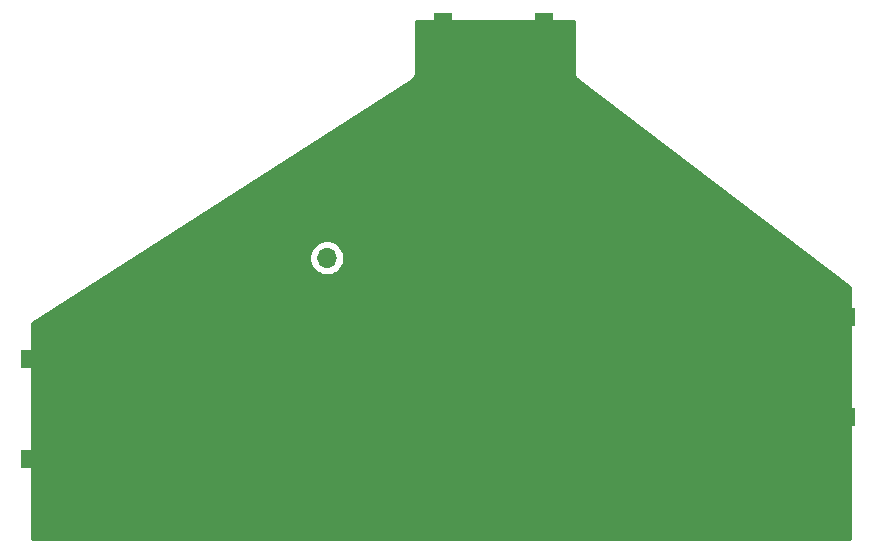
<source format=gbr>
G04 #@! TF.GenerationSoftware,KiCad,Pcbnew,(5.1.5)-3*
G04 #@! TF.CreationDate,2020-02-16T14:45:20-08:00*
G04 #@! TF.ProjectId,Down_Mixer_Rev2,446f776e-5f4d-4697-9865-725f52657632,rev?*
G04 #@! TF.SameCoordinates,Original*
G04 #@! TF.FileFunction,Copper,L2,Bot*
G04 #@! TF.FilePolarity,Positive*
%FSLAX46Y46*%
G04 Gerber Fmt 4.6, Leading zero omitted, Abs format (unit mm)*
G04 Created by KiCad (PCBNEW (5.1.5)-3) date 2020-02-16 14:45:20*
%MOMM*%
%LPD*%
G04 APERTURE LIST*
%ADD10R,1.700000X1.700000*%
%ADD11O,1.700000X1.700000*%
%ADD12R,5.080000X1.500000*%
%ADD13R,1.500000X5.080000*%
%ADD14C,0.800000*%
%ADD15C,0.254000*%
G04 APERTURE END LIST*
D10*
X109474000Y-72034400D03*
D11*
X112014000Y-72034400D03*
D12*
X88646000Y-80586000D03*
X88646000Y-89086000D03*
X154178000Y-77030000D03*
X154178000Y-85530000D03*
D13*
X130386400Y-53848000D03*
X121886400Y-53848000D03*
D14*
X136906000Y-70612000D03*
X103632000Y-77978000D03*
D15*
G36*
X132944001Y-56335237D02*
G01*
X132942056Y-56347324D01*
X132944001Y-56400145D01*
X132944001Y-56420419D01*
X132945193Y-56432525D01*
X132946840Y-56477244D01*
X132951552Y-56497086D01*
X132953551Y-56517383D01*
X132966540Y-56560201D01*
X132976878Y-56603735D01*
X132985371Y-56622279D01*
X132991291Y-56641793D01*
X133012381Y-56681250D01*
X133031015Y-56721934D01*
X133042962Y-56738464D01*
X133052576Y-56756450D01*
X133080959Y-56791034D01*
X133107172Y-56827302D01*
X133122117Y-56841186D01*
X133135053Y-56856948D01*
X133169637Y-56885331D01*
X133178556Y-56893616D01*
X133194703Y-56905902D01*
X133235551Y-56939425D01*
X133246344Y-56945194D01*
X156312000Y-74495150D01*
X156312001Y-95860000D01*
X87020000Y-95860000D01*
X87020000Y-77577005D01*
X95900179Y-71888140D01*
X110529000Y-71888140D01*
X110529000Y-72180660D01*
X110586068Y-72467558D01*
X110698010Y-72737811D01*
X110860525Y-72981032D01*
X111067368Y-73187875D01*
X111310589Y-73350390D01*
X111580842Y-73462332D01*
X111867740Y-73519400D01*
X112160260Y-73519400D01*
X112447158Y-73462332D01*
X112717411Y-73350390D01*
X112960632Y-73187875D01*
X113167475Y-72981032D01*
X113329990Y-72737811D01*
X113441932Y-72467558D01*
X113499000Y-72180660D01*
X113499000Y-71888140D01*
X113441932Y-71601242D01*
X113329990Y-71330989D01*
X113167475Y-71087768D01*
X112960632Y-70880925D01*
X112717411Y-70718410D01*
X112447158Y-70606468D01*
X112160260Y-70549400D01*
X111867740Y-70549400D01*
X111580842Y-70606468D01*
X111310589Y-70718410D01*
X111067368Y-70880925D01*
X110860525Y-71087768D01*
X110698010Y-71330989D01*
X110586068Y-71601242D01*
X110529000Y-71888140D01*
X95900179Y-71888140D01*
X119206101Y-56957784D01*
X119240449Y-56939425D01*
X119285758Y-56902241D01*
X119331814Y-56865908D01*
X119335985Y-56861021D01*
X119340948Y-56856948D01*
X119378150Y-56811618D01*
X119416214Y-56767019D01*
X119419349Y-56761417D01*
X119423425Y-56756450D01*
X119451071Y-56704728D01*
X119479700Y-56653566D01*
X119481683Y-56647457D01*
X119484710Y-56641793D01*
X119501738Y-56585660D01*
X119519832Y-56529907D01*
X119520584Y-56523534D01*
X119522450Y-56517383D01*
X119528201Y-56458989D01*
X119535069Y-56400794D01*
X119532000Y-56361970D01*
X119532000Y-51968000D01*
X132944000Y-51968000D01*
X132944001Y-56335237D01*
G37*
X132944001Y-56335237D02*
X132942056Y-56347324D01*
X132944001Y-56400145D01*
X132944001Y-56420419D01*
X132945193Y-56432525D01*
X132946840Y-56477244D01*
X132951552Y-56497086D01*
X132953551Y-56517383D01*
X132966540Y-56560201D01*
X132976878Y-56603735D01*
X132985371Y-56622279D01*
X132991291Y-56641793D01*
X133012381Y-56681250D01*
X133031015Y-56721934D01*
X133042962Y-56738464D01*
X133052576Y-56756450D01*
X133080959Y-56791034D01*
X133107172Y-56827302D01*
X133122117Y-56841186D01*
X133135053Y-56856948D01*
X133169637Y-56885331D01*
X133178556Y-56893616D01*
X133194703Y-56905902D01*
X133235551Y-56939425D01*
X133246344Y-56945194D01*
X156312000Y-74495150D01*
X156312001Y-95860000D01*
X87020000Y-95860000D01*
X87020000Y-77577005D01*
X95900179Y-71888140D01*
X110529000Y-71888140D01*
X110529000Y-72180660D01*
X110586068Y-72467558D01*
X110698010Y-72737811D01*
X110860525Y-72981032D01*
X111067368Y-73187875D01*
X111310589Y-73350390D01*
X111580842Y-73462332D01*
X111867740Y-73519400D01*
X112160260Y-73519400D01*
X112447158Y-73462332D01*
X112717411Y-73350390D01*
X112960632Y-73187875D01*
X113167475Y-72981032D01*
X113329990Y-72737811D01*
X113441932Y-72467558D01*
X113499000Y-72180660D01*
X113499000Y-71888140D01*
X113441932Y-71601242D01*
X113329990Y-71330989D01*
X113167475Y-71087768D01*
X112960632Y-70880925D01*
X112717411Y-70718410D01*
X112447158Y-70606468D01*
X112160260Y-70549400D01*
X111867740Y-70549400D01*
X111580842Y-70606468D01*
X111310589Y-70718410D01*
X111067368Y-70880925D01*
X110860525Y-71087768D01*
X110698010Y-71330989D01*
X110586068Y-71601242D01*
X110529000Y-71888140D01*
X95900179Y-71888140D01*
X119206101Y-56957784D01*
X119240449Y-56939425D01*
X119285758Y-56902241D01*
X119331814Y-56865908D01*
X119335985Y-56861021D01*
X119340948Y-56856948D01*
X119378150Y-56811618D01*
X119416214Y-56767019D01*
X119419349Y-56761417D01*
X119423425Y-56756450D01*
X119451071Y-56704728D01*
X119479700Y-56653566D01*
X119481683Y-56647457D01*
X119484710Y-56641793D01*
X119501738Y-56585660D01*
X119519832Y-56529907D01*
X119520584Y-56523534D01*
X119522450Y-56517383D01*
X119528201Y-56458989D01*
X119535069Y-56400794D01*
X119532000Y-56361970D01*
X119532000Y-51968000D01*
X132944000Y-51968000D01*
X132944001Y-56335237D01*
M02*

</source>
